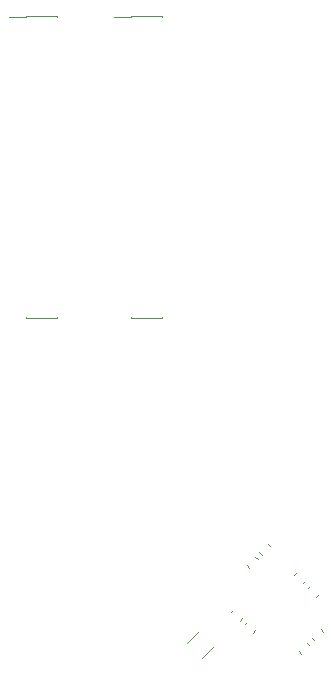
<source format=gbo>
G04 #@! TF.GenerationSoftware,KiCad,Pcbnew,7.0.9-7.0.9~ubuntu22.04.1*
G04 #@! TF.CreationDate,2023-12-05T21:20:48+02:00*
G04 #@! TF.ProjectId,iCE40HX-expansion,69434534-3048-4582-9d65-7870616e7369,rev?*
G04 #@! TF.SameCoordinates,Original*
G04 #@! TF.FileFunction,Legend,Bot*
G04 #@! TF.FilePolarity,Positive*
%FSLAX46Y46*%
G04 Gerber Fmt 4.6, Leading zero omitted, Abs format (unit mm)*
G04 Created by KiCad (PCBNEW 7.0.9-7.0.9~ubuntu22.04.1) date 2023-12-05 21:20:48*
%MOMM*%
%LPD*%
G01*
G04 APERTURE LIST*
G04 Aperture macros list*
%AMRoundRect*
0 Rectangle with rounded corners*
0 $1 Rounding radius*
0 $2 $3 $4 $5 $6 $7 $8 $9 X,Y pos of 4 corners*
0 Add a 4 corners polygon primitive as box body*
4,1,4,$2,$3,$4,$5,$6,$7,$8,$9,$2,$3,0*
0 Add four circle primitives for the rounded corners*
1,1,$1+$1,$2,$3*
1,1,$1+$1,$4,$5*
1,1,$1+$1,$6,$7*
1,1,$1+$1,$8,$9*
0 Add four rect primitives between the rounded corners*
20,1,$1+$1,$2,$3,$4,$5,0*
20,1,$1+$1,$4,$5,$6,$7,0*
20,1,$1+$1,$6,$7,$8,$9,0*
20,1,$1+$1,$8,$9,$2,$3,0*%
G04 Aperture macros list end*
%ADD10C,0.120000*%
%ADD11C,1.800000*%
%ADD12C,4.500000*%
%ADD13C,1.600000*%
%ADD14R,1.700000X1.700000*%
%ADD15O,1.700000X1.700000*%
%ADD16RoundRect,0.250000X0.220971X-0.662913X0.662913X-0.220971X-0.220971X0.662913X-0.662913X0.220971X0*%
%ADD17RoundRect,0.225000X0.017678X-0.335876X0.335876X-0.017678X-0.017678X0.335876X-0.335876X0.017678X0*%
%ADD18RoundRect,0.225000X-0.335876X-0.017678X-0.017678X-0.335876X0.335876X0.017678X0.017678X0.335876X0*%
%ADD19R,2.100000X0.750000*%
G04 APERTURE END LIST*
D10*
X122812565Y-117911701D02*
X123840789Y-116883477D01*
X124099499Y-119198635D02*
X125127723Y-118170411D01*
X127682970Y-116324781D02*
X127881781Y-116125970D01*
X128404219Y-117046030D02*
X128603030Y-116847219D01*
X126539970Y-115308781D02*
X126738781Y-115109970D01*
X127261219Y-116030030D02*
X127460030Y-115831219D01*
X129648819Y-109521970D02*
X129847630Y-109720781D01*
X128927570Y-110243219D02*
X129126381Y-110442030D01*
X120713400Y-90382400D02*
X118053400Y-90382400D01*
X120713400Y-90322400D02*
X120713400Y-90382400D01*
X120713400Y-64862400D02*
X120713400Y-64922400D01*
X120713400Y-64862400D02*
X118053400Y-64862400D01*
X118053400Y-90322400D02*
X118053400Y-90382400D01*
X118053400Y-64922400D02*
X116593400Y-64922400D01*
X118053400Y-64862400D02*
X118053400Y-64922400D01*
X133042369Y-113276780D02*
X133241180Y-113077969D01*
X133763618Y-113998029D02*
X133962429Y-113799218D01*
X128578718Y-110600786D02*
X128777529Y-110799597D01*
X127857469Y-111322035D02*
X128056280Y-111520846D01*
X111823400Y-90382400D02*
X109163400Y-90382400D01*
X111823400Y-90322400D02*
X111823400Y-90382400D01*
X111823400Y-64862400D02*
X111823400Y-64922400D01*
X111823400Y-64862400D02*
X109163400Y-64862400D01*
X109163400Y-90322400D02*
X109163400Y-90382400D01*
X109163400Y-64922400D02*
X107703400Y-64922400D01*
X109163400Y-64862400D02*
X109163400Y-64922400D01*
X132976219Y-117903970D02*
X133175030Y-118102781D01*
X132254970Y-118625219D02*
X132453781Y-118824030D01*
X131899370Y-112133781D02*
X132098181Y-111934970D01*
X132620619Y-112855030D02*
X132819430Y-112656219D01*
X134119219Y-116760970D02*
X134318030Y-116959781D01*
X133397970Y-117482219D02*
X133596781Y-117681030D01*
%LPC*%
D11*
X149860000Y-64504000D03*
X149860000Y-66794000D03*
X149860000Y-69084000D03*
X149860000Y-71374000D03*
X149860000Y-73664000D03*
X151840000Y-63354000D03*
X151840000Y-65644000D03*
X151840000Y-67934000D03*
X151840000Y-70224000D03*
X151840000Y-72514000D03*
X153820000Y-64504000D03*
X153820000Y-66794000D03*
X153820000Y-69084000D03*
X153820000Y-71374000D03*
X153820000Y-73664000D03*
D12*
X151840000Y-81584000D03*
X151840000Y-56584000D03*
D13*
X148158000Y-104902000D03*
X155158000Y-104902000D03*
X148194000Y-116840000D03*
X155194000Y-116840000D03*
D14*
X141468000Y-104394000D03*
D15*
X138928000Y-104394000D03*
X136388000Y-104394000D03*
X133848000Y-104394000D03*
D16*
X122936000Y-119075200D03*
X125004288Y-117006912D03*
D17*
X127594992Y-117134008D03*
X128691008Y-116037992D03*
X126451992Y-116118008D03*
X127548008Y-115021992D03*
D18*
X128839592Y-109433992D03*
X129935608Y-110530008D03*
D19*
X117583400Y-65557400D03*
X121183400Y-65557400D03*
X117583400Y-66827400D03*
X121183400Y-66827400D03*
X117583400Y-68097400D03*
X121183400Y-68097400D03*
X117583400Y-69367400D03*
X121183400Y-69367400D03*
X117583400Y-70637400D03*
X121183400Y-70637400D03*
X117583400Y-71907400D03*
X121183400Y-71907400D03*
X117583400Y-73177400D03*
X121183400Y-73177400D03*
X117583400Y-74447400D03*
X121183400Y-74447400D03*
X117583400Y-75717400D03*
X121183400Y-75717400D03*
X117583400Y-76987400D03*
X121183400Y-76987400D03*
X117583400Y-78257400D03*
X121183400Y-78257400D03*
X117583400Y-79527400D03*
X121183400Y-79527400D03*
X117583400Y-80797400D03*
X121183400Y-80797400D03*
X117583400Y-82067400D03*
X121183400Y-82067400D03*
X117583400Y-83337400D03*
X121183400Y-83337400D03*
X117583400Y-84607400D03*
X121183400Y-84607400D03*
X117583400Y-85877400D03*
X121183400Y-85877400D03*
X117583400Y-87147400D03*
X121183400Y-87147400D03*
X117583400Y-88417400D03*
X121183400Y-88417400D03*
X117583400Y-89687400D03*
X121183400Y-89687400D03*
D17*
X132954391Y-114086007D03*
X134050407Y-112989991D03*
D18*
X127769491Y-110512808D03*
X128865507Y-111608824D03*
D19*
X108693400Y-65557400D03*
X112293400Y-65557400D03*
X108693400Y-66827400D03*
X112293400Y-66827400D03*
X108693400Y-68097400D03*
X112293400Y-68097400D03*
X108693400Y-69367400D03*
X112293400Y-69367400D03*
X108693400Y-70637400D03*
X112293400Y-70637400D03*
X108693400Y-71907400D03*
X112293400Y-71907400D03*
X108693400Y-73177400D03*
X112293400Y-73177400D03*
X108693400Y-74447400D03*
X112293400Y-74447400D03*
X108693400Y-75717400D03*
X112293400Y-75717400D03*
X108693400Y-76987400D03*
X112293400Y-76987400D03*
X108693400Y-78257400D03*
X112293400Y-78257400D03*
X108693400Y-79527400D03*
X112293400Y-79527400D03*
X108693400Y-80797400D03*
X112293400Y-80797400D03*
X108693400Y-82067400D03*
X112293400Y-82067400D03*
X108693400Y-83337400D03*
X112293400Y-83337400D03*
X108693400Y-84607400D03*
X112293400Y-84607400D03*
X108693400Y-85877400D03*
X112293400Y-85877400D03*
X108693400Y-87147400D03*
X112293400Y-87147400D03*
X108693400Y-88417400D03*
X112293400Y-88417400D03*
X108693400Y-89687400D03*
X112293400Y-89687400D03*
D18*
X132166992Y-117815992D03*
X133263008Y-118912008D03*
D17*
X131811392Y-112943008D03*
X132907408Y-111846992D03*
D18*
X133309992Y-116672992D03*
X134406008Y-117769008D03*
%LPD*%
M02*

</source>
